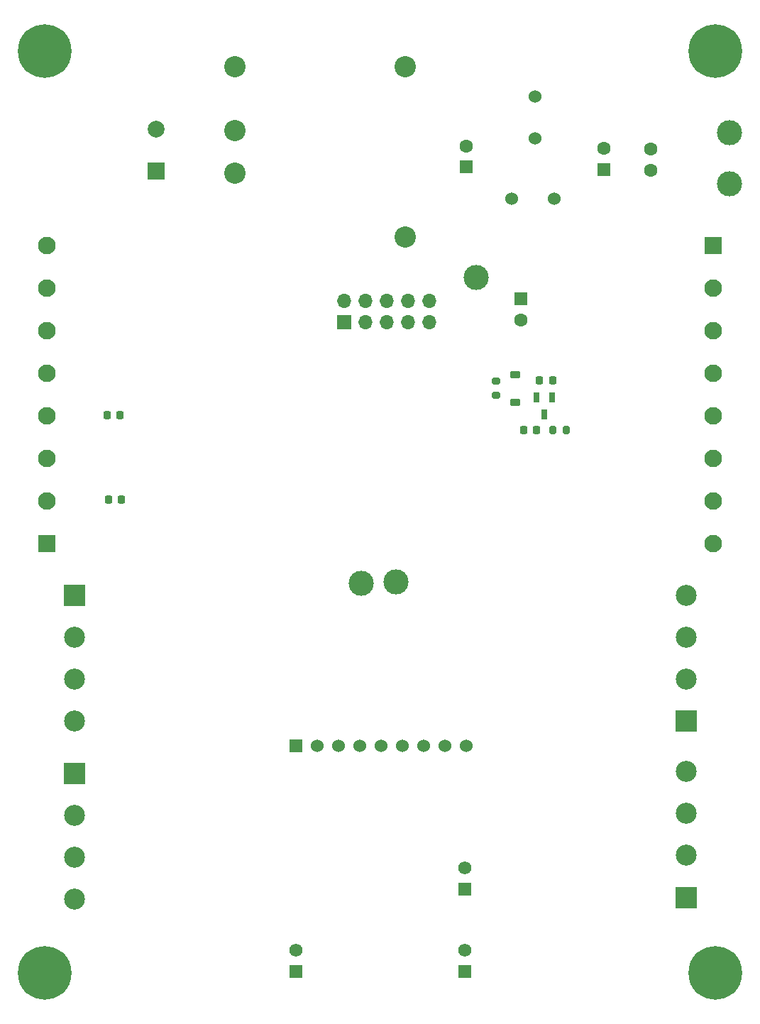
<source format=gbr>
%TF.GenerationSoftware,KiCad,Pcbnew,8.0.0-rc1-91-gb65fa46c3c*%
%TF.CreationDate,2024-02-01T16:18:31+08:00*%
%TF.ProjectId,_____,d0a8a736-612e-46b6-9963-61645f706362,rev?*%
%TF.SameCoordinates,Original*%
%TF.FileFunction,Soldermask,Bot*%
%TF.FilePolarity,Negative*%
%FSLAX46Y46*%
G04 Gerber Fmt 4.6, Leading zero omitted, Abs format (unit mm)*
G04 Created by KiCad (PCBNEW 8.0.0-rc1-91-gb65fa46c3c) date 2024-02-01 16:18:31*
%MOMM*%
%LPD*%
G01*
G04 APERTURE LIST*
G04 Aperture macros list*
%AMRoundRect*
0 Rectangle with rounded corners*
0 $1 Rounding radius*
0 $2 $3 $4 $5 $6 $7 $8 $9 X,Y pos of 4 corners*
0 Add a 4 corners polygon primitive as box body*
4,1,4,$2,$3,$4,$5,$6,$7,$8,$9,$2,$3,0*
0 Add four circle primitives for the rounded corners*
1,1,$1+$1,$2,$3*
1,1,$1+$1,$4,$5*
1,1,$1+$1,$6,$7*
1,1,$1+$1,$8,$9*
0 Add four rect primitives between the rounded corners*
20,1,$1+$1,$2,$3,$4,$5,0*
20,1,$1+$1,$4,$5,$6,$7,0*
20,1,$1+$1,$6,$7,$8,$9,0*
20,1,$1+$1,$8,$9,$2,$3,0*%
G04 Aperture macros list end*
%ADD10RoundRect,0.225000X-0.225000X-0.250000X0.225000X-0.250000X0.225000X0.250000X-0.225000X0.250000X0*%
%ADD11R,2.500000X2.500000*%
%ADD12C,2.500000*%
%ADD13C,1.600000*%
%ADD14C,3.000000*%
%ADD15C,0.800000*%
%ADD16C,6.400000*%
%ADD17C,2.540000*%
%ADD18R,2.100000X2.100000*%
%ADD19C,2.100000*%
%ADD20R,1.600000X1.600000*%
%ADD21C,1.524000*%
%ADD22R,1.524000X1.524000*%
%ADD23C,1.574800*%
%ADD24R,1.574800X1.574800*%
%ADD25R,1.700000X1.700000*%
%ADD26O,1.700000X1.700000*%
%ADD27R,2.000000X2.000000*%
%ADD28C,2.000000*%
%ADD29RoundRect,0.200000X0.275000X-0.200000X0.275000X0.200000X-0.275000X0.200000X-0.275000X-0.200000X0*%
%ADD30RoundRect,0.225000X0.225000X0.250000X-0.225000X0.250000X-0.225000X-0.250000X0.225000X-0.250000X0*%
%ADD31RoundRect,0.225000X-0.375000X0.225000X-0.375000X-0.225000X0.375000X-0.225000X0.375000X0.225000X0*%
%ADD32RoundRect,0.200000X-0.200000X-0.275000X0.200000X-0.275000X0.200000X0.275000X-0.200000X0.275000X0*%
%ADD33R,0.700000X1.250000*%
G04 APERTURE END LIST*
D10*
%TO.C,C26*%
X32435200Y-68478400D03*
X33985200Y-68478400D03*
%TD*%
%TO.C,C19*%
X32562800Y-78536800D03*
X34112800Y-78536800D03*
%TD*%
D11*
%TO.C,J4*%
X28550000Y-90000000D03*
D12*
X28550000Y-95000000D03*
X28550000Y-100000000D03*
X28550000Y-105000000D03*
%TD*%
D11*
%TO.C,J6*%
X101550000Y-126000000D03*
D12*
X101550000Y-121000000D03*
X101550000Y-116000000D03*
X101550000Y-111000000D03*
%TD*%
D13*
%TO.C,C4*%
X97282000Y-39223000D03*
X97282000Y-36723000D03*
%TD*%
D14*
%TO.C,TP4*%
X62738000Y-88519000D03*
%TD*%
D11*
%TO.C,J7*%
X101550000Y-105000000D03*
D12*
X101550000Y-100000000D03*
X101550000Y-95000000D03*
X101550000Y-90000000D03*
%TD*%
D15*
%TO.C,H4*%
X102600000Y-135000000D03*
X103302944Y-133302944D03*
X103302944Y-136697056D03*
X105000000Y-132600000D03*
D16*
X105000000Y-135000000D03*
D15*
X105000000Y-137400000D03*
X106697056Y-133302944D03*
X106697056Y-136697056D03*
X107400000Y-135000000D03*
%TD*%
D17*
%TO.C,U1*%
X47690000Y-26877500D03*
X47690000Y-34497500D03*
X47690000Y-39577500D03*
X68010000Y-47197500D03*
X68010000Y-26877500D03*
%TD*%
D14*
%TO.C,TP2*%
X106680000Y-40894000D03*
%TD*%
D11*
%TO.C,J5*%
X28550000Y-111250000D03*
D12*
X28550000Y-116250000D03*
X28550000Y-121250000D03*
X28550000Y-126250000D03*
%TD*%
D14*
%TO.C,TP5*%
X66903600Y-88392000D03*
%TD*%
D18*
%TO.C,J2*%
X104750000Y-48270000D03*
D19*
X104750000Y-53350000D03*
X104750000Y-58430000D03*
X104750000Y-63510000D03*
X104750000Y-68590000D03*
X104750000Y-73670000D03*
X104750000Y-78750000D03*
X104750000Y-83830000D03*
%TD*%
D18*
%TO.C,J1*%
X25250000Y-83780000D03*
D19*
X25250000Y-78700000D03*
X25250000Y-73620000D03*
X25250000Y-68540000D03*
X25250000Y-63460000D03*
X25250000Y-58380000D03*
X25250000Y-53300000D03*
X25250000Y-48220000D03*
%TD*%
D15*
%TO.C,H3*%
X22600000Y-135000000D03*
X23302944Y-133302944D03*
X23302944Y-136697056D03*
X25000000Y-132600000D03*
D16*
X25000000Y-135000000D03*
D15*
X25000000Y-137400000D03*
X26697056Y-133302944D03*
X26697056Y-136697056D03*
X27400000Y-135000000D03*
%TD*%
%TO.C,H2*%
X102600000Y-25000000D03*
X103302944Y-23302944D03*
X103302944Y-26697056D03*
X105000000Y-22600000D03*
D16*
X105000000Y-25000000D03*
D15*
X105000000Y-27400000D03*
X106697056Y-23302944D03*
X106697056Y-26697056D03*
X107400000Y-25000000D03*
%TD*%
%TO.C,H1*%
X22600000Y-25000000D03*
X23302944Y-23302944D03*
X23302944Y-26697056D03*
X25000000Y-22600000D03*
D16*
X25000000Y-25000000D03*
D15*
X25000000Y-27400000D03*
X26697056Y-23302944D03*
X26697056Y-26697056D03*
X27400000Y-25000000D03*
%TD*%
D20*
%TO.C,C3*%
X91694000Y-39155380D03*
D13*
X91694000Y-36655380D03*
%TD*%
D21*
%TO.C,LDM2*%
X80725000Y-42672000D03*
X85725000Y-42672000D03*
%TD*%
D20*
%TO.C,C7*%
X81750000Y-54600000D03*
D13*
X81750000Y-57100000D03*
%TD*%
D20*
%TO.C,C2*%
X75250000Y-38869880D03*
D13*
X75250000Y-36369880D03*
%TD*%
D14*
%TO.C,TP6*%
X106680000Y-34798000D03*
%TD*%
D22*
%TO.C,U8*%
X54904300Y-107898395D03*
D21*
X57444300Y-107898395D03*
X59984300Y-107898395D03*
X62524300Y-107898395D03*
X65064300Y-107898395D03*
X67604300Y-107898395D03*
X70144300Y-107898395D03*
X72684300Y-107898395D03*
X75224300Y-107898395D03*
D23*
X75059200Y-122465295D03*
D24*
X75059200Y-125005295D03*
D23*
X75069700Y-132329995D03*
D24*
X75069700Y-134869995D03*
D23*
X54952900Y-132329995D03*
D24*
X54952900Y-134869995D03*
%TD*%
D14*
%TO.C,TP1*%
X76454000Y-52070000D03*
%TD*%
D25*
%TO.C,J3*%
X60706000Y-57404000D03*
D26*
X60706000Y-54864000D03*
X63246000Y-57404000D03*
X63246000Y-54864000D03*
X65786000Y-57404000D03*
X65786000Y-54864000D03*
X68326000Y-57404000D03*
X68326000Y-54864000D03*
X70866000Y-57404000D03*
X70866000Y-54864000D03*
%TD*%
D27*
%TO.C,C1*%
X38250000Y-39305177D03*
D28*
X38250000Y-34305177D03*
%TD*%
D21*
%TO.C,LDM1*%
X83500000Y-35437500D03*
X83500000Y-30437500D03*
%TD*%
D29*
%TO.C,R36*%
X78790800Y-66064400D03*
X78790800Y-64414400D03*
%TD*%
D30*
%TO.C,C25*%
X83687200Y-70281000D03*
X82137200Y-70281000D03*
%TD*%
D31*
%TO.C,D13*%
X81076800Y-63652400D03*
X81076800Y-66952400D03*
%TD*%
D10*
%TO.C,C24*%
X84004600Y-64337400D03*
X85554600Y-64337400D03*
%TD*%
D32*
%TO.C,R37*%
X85554600Y-70281000D03*
X87204600Y-70281000D03*
%TD*%
D33*
%TO.C,Q1*%
X83616800Y-66344800D03*
X85516800Y-66344800D03*
X84566800Y-68344800D03*
%TD*%
M02*

</source>
